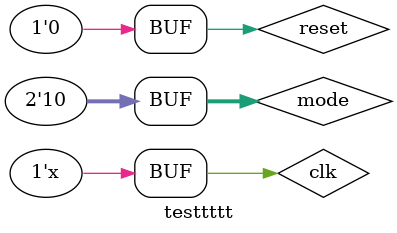
<source format=v>
`timescale 1ns / 1ps


module testtttt;

	// Inputs
	reg clk;
	reg reset;
	reg [1:0] mode;

	// Outputs
	wire [7:0] led;

	// Instantiate the Unit Under Test (UUT)
	mode uut (
		.clk(clk), 
		.reset(reset), 
		.mode(mode), 
		.led(led)
	);

	initial begin
		// Initialize Inputs
		clk = 0;
		reset = 0;
		mode = 1;

		// Wait 100 ns for global reset to finish
		#10;
		reset=0;
		#500;
		mode=0;
		#100;
		mode=1;
		#10000;
		reset=1;
		#50;
		reset=0;
		#50;
		mode=0;
		#10000;
		reset=1;
		#50;
		reset=0;
		mode=2;
		#10000;
		mode=2;
		#10000;
        
		// Add stimulus here

	end
	always begin
	clk=~clk;
	#10;
	end
      
endmodule


</source>
